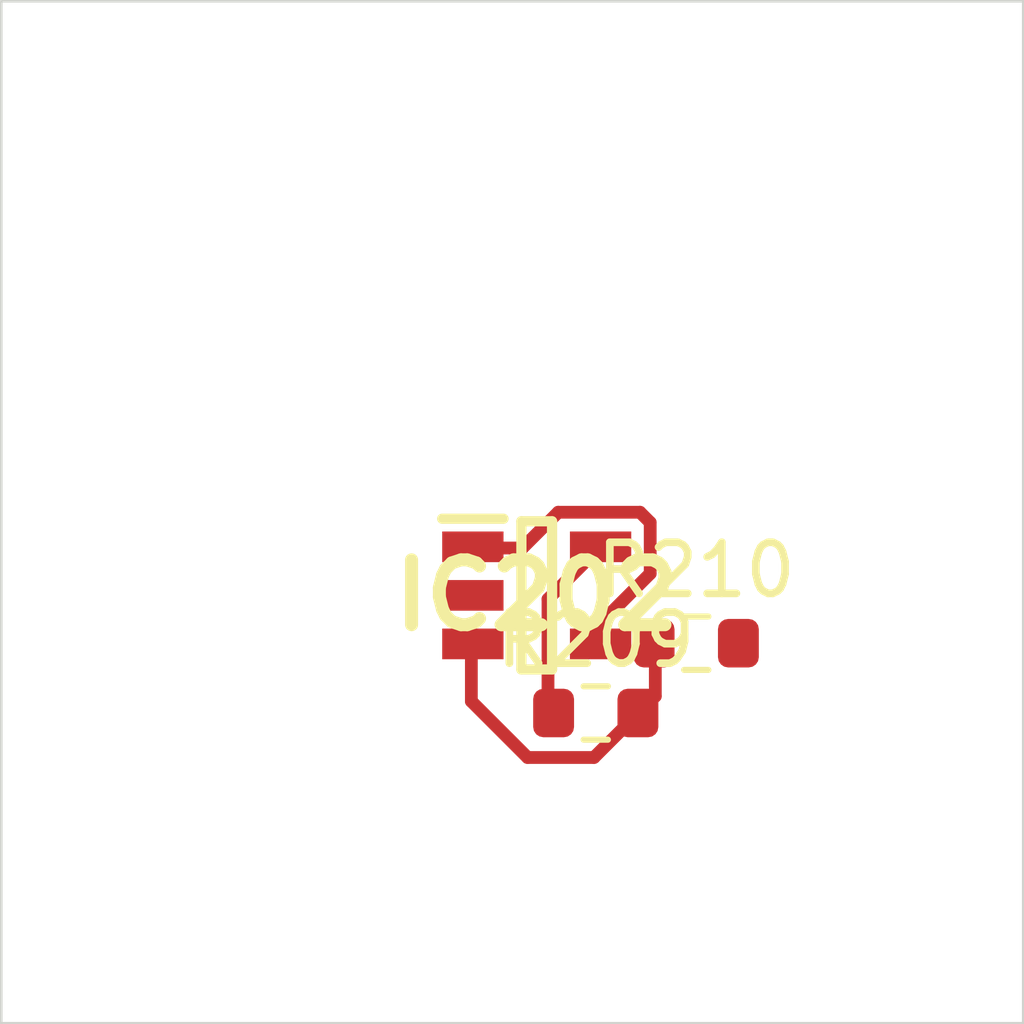
<source format=kicad_pcb>
 ( kicad_pcb  ( version 20171130 )
 ( host pcbnew 5.1.12-84ad8e8a86~92~ubuntu18.04.1 )
 ( general  ( thickness 1.6 )
 ( drawings 4 )
 ( tracks 0 )
 ( zones 0 )
 ( modules 3 )
 ( nets 5 )
)
 ( page A4 )
 ( layers  ( 0 F.Cu signal )
 ( 31 B.Cu signal )
 ( 32 B.Adhes user )
 ( 33 F.Adhes user )
 ( 34 B.Paste user )
 ( 35 F.Paste user )
 ( 36 B.SilkS user )
 ( 37 F.SilkS user )
 ( 38 B.Mask user )
 ( 39 F.Mask user )
 ( 40 Dwgs.User user )
 ( 41 Cmts.User user )
 ( 42 Eco1.User user )
 ( 43 Eco2.User user )
 ( 44 Edge.Cuts user )
 ( 45 Margin user )
 ( 46 B.CrtYd user )
 ( 47 F.CrtYd user )
 ( 48 B.Fab user )
 ( 49 F.Fab user )
)
 ( setup  ( last_trace_width 0.25 )
 ( trace_clearance 0.2 )
 ( zone_clearance 0.508 )
 ( zone_45_only no )
 ( trace_min 0.2 )
 ( via_size 0.8 )
 ( via_drill 0.4 )
 ( via_min_size 0.4 )
 ( via_min_drill 0.3 )
 ( uvia_size 0.3 )
 ( uvia_drill 0.1 )
 ( uvias_allowed no )
 ( uvia_min_size 0.2 )
 ( uvia_min_drill 0.1 )
 ( edge_width 0.05 )
 ( segment_width 0.2 )
 ( pcb_text_width 0.3 )
 ( pcb_text_size 1.5 1.5 )
 ( mod_edge_width 0.12 )
 ( mod_text_size 1 1 )
 ( mod_text_width 0.15 )
 ( pad_size 1.524 1.524 )
 ( pad_drill 0.762 )
 ( pad_to_mask_clearance 0 )
 ( aux_axis_origin 0 0 )
 ( visible_elements FFFFFF7F )
 ( pcbplotparams  ( layerselection 0x010fc_ffffffff )
 ( usegerberextensions false )
 ( usegerberattributes true )
 ( usegerberadvancedattributes true )
 ( creategerberjobfile true )
 ( excludeedgelayer true )
 ( linewidth 0.100000 )
 ( plotframeref false )
 ( viasonmask false )
 ( mode 1 )
 ( useauxorigin false )
 ( hpglpennumber 1 )
 ( hpglpenspeed 20 )
 ( hpglpendiameter 15.000000 )
 ( psnegative false )
 ( psa4output false )
 ( plotreference true )
 ( plotvalue true )
 ( plotinvisibletext false )
 ( padsonsilk false )
 ( subtractmaskfromsilk false )
 ( outputformat 1 )
 ( mirror false )
 ( drillshape 1 )
 ( scaleselection 1 )
 ( outputdirectory "" )
)
)
 ( net 0 "" )
 ( net 1 GND )
 ( net 2 VDDA )
 ( net 3 /Sheet6235D886/vp )
 ( net 4 "Net-(IC202-Pad3)" )
 ( net_class Default "This is the default net class."  ( clearance 0.2 )
 ( trace_width 0.25 )
 ( via_dia 0.8 )
 ( via_drill 0.4 )
 ( uvia_dia 0.3 )
 ( uvia_drill 0.1 )
 ( add_net /Sheet6235D886/vp )
 ( add_net GND )
 ( add_net "Net-(IC202-Pad3)" )
 ( add_net VDDA )
)
 ( module SOT95P280X145-5N locked  ( layer F.Cu )
 ( tedit 62336ED7 )
 ( tstamp 623423ED )
 ( at 90.479100 111.627000 )
 ( descr DBV0005A )
 ( tags "Integrated Circuit" )
 ( path /6235D887/6266C08E )
 ( attr smd )
 ( fp_text reference IC202  ( at 0 0 )
 ( layer F.SilkS )
 ( effects  ( font  ( size 1.27 1.27 )
 ( thickness 0.254 )
)
)
)
 ( fp_text value TL071HIDBVR  ( at 0 0 )
 ( layer F.SilkS )
hide  ( effects  ( font  ( size 1.27 1.27 )
 ( thickness 0.254 )
)
)
)
 ( fp_line  ( start -1.85 -1.5 )
 ( end -0.65 -1.5 )
 ( layer F.SilkS )
 ( width 0.2 )
)
 ( fp_line  ( start -0.3 1.45 )
 ( end -0.3 -1.45 )
 ( layer F.SilkS )
 ( width 0.2 )
)
 ( fp_line  ( start 0.3 1.45 )
 ( end -0.3 1.45 )
 ( layer F.SilkS )
 ( width 0.2 )
)
 ( fp_line  ( start 0.3 -1.45 )
 ( end 0.3 1.45 )
 ( layer F.SilkS )
 ( width 0.2 )
)
 ( fp_line  ( start -0.3 -1.45 )
 ( end 0.3 -1.45 )
 ( layer F.SilkS )
 ( width 0.2 )
)
 ( fp_line  ( start -0.8 -0.5 )
 ( end 0.15 -1.45 )
 ( layer Dwgs.User )
 ( width 0.1 )
)
 ( fp_line  ( start -0.8 1.45 )
 ( end -0.8 -1.45 )
 ( layer Dwgs.User )
 ( width 0.1 )
)
 ( fp_line  ( start 0.8 1.45 )
 ( end -0.8 1.45 )
 ( layer Dwgs.User )
 ( width 0.1 )
)
 ( fp_line  ( start 0.8 -1.45 )
 ( end 0.8 1.45 )
 ( layer Dwgs.User )
 ( width 0.1 )
)
 ( fp_line  ( start -0.8 -1.45 )
 ( end 0.8 -1.45 )
 ( layer Dwgs.User )
 ( width 0.1 )
)
 ( fp_line  ( start -2.1 1.775 )
 ( end -2.1 -1.775 )
 ( layer Dwgs.User )
 ( width 0.05 )
)
 ( fp_line  ( start 2.1 1.775 )
 ( end -2.1 1.775 )
 ( layer Dwgs.User )
 ( width 0.05 )
)
 ( fp_line  ( start 2.1 -1.775 )
 ( end 2.1 1.775 )
 ( layer Dwgs.User )
 ( width 0.05 )
)
 ( fp_line  ( start -2.1 -1.775 )
 ( end 2.1 -1.775 )
 ( layer Dwgs.User )
 ( width 0.05 )
)
 ( pad 1 smd rect  ( at -1.25 -0.95 90.000000 )
 ( size 0.6 1.2 )
 ( layers F.Cu F.Mask F.Paste )
 ( net 3 /Sheet6235D886/vp )
)
 ( pad 2 smd rect  ( at -1.25 0 90.000000 )
 ( size 0.6 1.2 )
 ( layers F.Cu F.Mask F.Paste )
 ( net 1 GND )
)
 ( pad 3 smd rect  ( at -1.25 0.95 90.000000 )
 ( size 0.6 1.2 )
 ( layers F.Cu F.Mask F.Paste )
 ( net 4 "Net-(IC202-Pad3)" )
)
 ( pad 4 smd rect  ( at 1.25 0.95 90.000000 )
 ( size 0.6 1.2 )
 ( layers F.Cu F.Mask F.Paste )
 ( net 3 /Sheet6235D886/vp )
)
 ( pad 5 smd rect  ( at 1.25 -0.95 90.000000 )
 ( size 0.6 1.2 )
 ( layers F.Cu F.Mask F.Paste )
 ( net 2 VDDA )
)
)
 ( module Resistor_SMD:R_0603_1608Metric  ( layer F.Cu )
 ( tedit 5F68FEEE )
 ( tstamp 62342595 )
 ( at 91.634700 113.929000 )
 ( descr "Resistor SMD 0603 (1608 Metric), square (rectangular) end terminal, IPC_7351 nominal, (Body size source: IPC-SM-782 page 72, https://www.pcb-3d.com/wordpress/wp-content/uploads/ipc-sm-782a_amendment_1_and_2.pdf), generated with kicad-footprint-generator" )
 ( tags resistor )
 ( path /6235D887/623CDBD9 )
 ( attr smd )
 ( fp_text reference R209  ( at 0 -1.43 )
 ( layer F.SilkS )
 ( effects  ( font  ( size 1 1 )
 ( thickness 0.15 )
)
)
)
 ( fp_text value 100k  ( at 0 1.43 )
 ( layer F.Fab )
 ( effects  ( font  ( size 1 1 )
 ( thickness 0.15 )
)
)
)
 ( fp_line  ( start -0.8 0.4125 )
 ( end -0.8 -0.4125 )
 ( layer F.Fab )
 ( width 0.1 )
)
 ( fp_line  ( start -0.8 -0.4125 )
 ( end 0.8 -0.4125 )
 ( layer F.Fab )
 ( width 0.1 )
)
 ( fp_line  ( start 0.8 -0.4125 )
 ( end 0.8 0.4125 )
 ( layer F.Fab )
 ( width 0.1 )
)
 ( fp_line  ( start 0.8 0.4125 )
 ( end -0.8 0.4125 )
 ( layer F.Fab )
 ( width 0.1 )
)
 ( fp_line  ( start -0.237258 -0.5225 )
 ( end 0.237258 -0.5225 )
 ( layer F.SilkS )
 ( width 0.12 )
)
 ( fp_line  ( start -0.237258 0.5225 )
 ( end 0.237258 0.5225 )
 ( layer F.SilkS )
 ( width 0.12 )
)
 ( fp_line  ( start -1.48 0.73 )
 ( end -1.48 -0.73 )
 ( layer F.CrtYd )
 ( width 0.05 )
)
 ( fp_line  ( start -1.48 -0.73 )
 ( end 1.48 -0.73 )
 ( layer F.CrtYd )
 ( width 0.05 )
)
 ( fp_line  ( start 1.48 -0.73 )
 ( end 1.48 0.73 )
 ( layer F.CrtYd )
 ( width 0.05 )
)
 ( fp_line  ( start 1.48 0.73 )
 ( end -1.48 0.73 )
 ( layer F.CrtYd )
 ( width 0.05 )
)
 ( fp_text user %R  ( at 0 0 )
 ( layer F.Fab )
 ( effects  ( font  ( size 0.4 0.4 )
 ( thickness 0.06 )
)
)
)
 ( pad 1 smd roundrect  ( at -0.825 0 )
 ( size 0.8 0.95 )
 ( layers F.Cu F.Mask F.Paste )
 ( roundrect_rratio 0.25 )
 ( net 2 VDDA )
)
 ( pad 2 smd roundrect  ( at 0.825 0 )
 ( size 0.8 0.95 )
 ( layers F.Cu F.Mask F.Paste )
 ( roundrect_rratio 0.25 )
 ( net 4 "Net-(IC202-Pad3)" )
)
 ( model ${KISYS3DMOD}/Resistor_SMD.3dshapes/R_0603_1608Metric.wrl  ( at  ( xyz 0 0 0 )
)
 ( scale  ( xyz 1 1 1 )
)
 ( rotate  ( xyz 0 0 0 )
)
)
)
 ( module Resistor_SMD:R_0603_1608Metric  ( layer F.Cu )
 ( tedit 5F68FEEE )
 ( tstamp 623425A6 )
 ( at 93.601100 112.563000 )
 ( descr "Resistor SMD 0603 (1608 Metric), square (rectangular) end terminal, IPC_7351 nominal, (Body size source: IPC-SM-782 page 72, https://www.pcb-3d.com/wordpress/wp-content/uploads/ipc-sm-782a_amendment_1_and_2.pdf), generated with kicad-footprint-generator" )
 ( tags resistor )
 ( path /6235D887/623CDBDF )
 ( attr smd )
 ( fp_text reference R210  ( at 0 -1.43 )
 ( layer F.SilkS )
 ( effects  ( font  ( size 1 1 )
 ( thickness 0.15 )
)
)
)
 ( fp_text value 100k  ( at 0 1.43 )
 ( layer F.Fab )
 ( effects  ( font  ( size 1 1 )
 ( thickness 0.15 )
)
)
)
 ( fp_line  ( start 1.48 0.73 )
 ( end -1.48 0.73 )
 ( layer F.CrtYd )
 ( width 0.05 )
)
 ( fp_line  ( start 1.48 -0.73 )
 ( end 1.48 0.73 )
 ( layer F.CrtYd )
 ( width 0.05 )
)
 ( fp_line  ( start -1.48 -0.73 )
 ( end 1.48 -0.73 )
 ( layer F.CrtYd )
 ( width 0.05 )
)
 ( fp_line  ( start -1.48 0.73 )
 ( end -1.48 -0.73 )
 ( layer F.CrtYd )
 ( width 0.05 )
)
 ( fp_line  ( start -0.237258 0.5225 )
 ( end 0.237258 0.5225 )
 ( layer F.SilkS )
 ( width 0.12 )
)
 ( fp_line  ( start -0.237258 -0.5225 )
 ( end 0.237258 -0.5225 )
 ( layer F.SilkS )
 ( width 0.12 )
)
 ( fp_line  ( start 0.8 0.4125 )
 ( end -0.8 0.4125 )
 ( layer F.Fab )
 ( width 0.1 )
)
 ( fp_line  ( start 0.8 -0.4125 )
 ( end 0.8 0.4125 )
 ( layer F.Fab )
 ( width 0.1 )
)
 ( fp_line  ( start -0.8 -0.4125 )
 ( end 0.8 -0.4125 )
 ( layer F.Fab )
 ( width 0.1 )
)
 ( fp_line  ( start -0.8 0.4125 )
 ( end -0.8 -0.4125 )
 ( layer F.Fab )
 ( width 0.1 )
)
 ( fp_text user %R  ( at 0 0 )
 ( layer F.Fab )
 ( effects  ( font  ( size 0.4 0.4 )
 ( thickness 0.06 )
)
)
)
 ( pad 2 smd roundrect  ( at 0.825 0 )
 ( size 0.8 0.95 )
 ( layers F.Cu F.Mask F.Paste )
 ( roundrect_rratio 0.25 )
 ( net 1 GND )
)
 ( pad 1 smd roundrect  ( at -0.825 0 )
 ( size 0.8 0.95 )
 ( layers F.Cu F.Mask F.Paste )
 ( roundrect_rratio 0.25 )
 ( net 4 "Net-(IC202-Pad3)" )
)
 ( model ${KISYS3DMOD}/Resistor_SMD.3dshapes/R_0603_1608Metric.wrl  ( at  ( xyz 0 0 0 )
)
 ( scale  ( xyz 1 1 1 )
)
 ( rotate  ( xyz 0 0 0 )
)
)
)
 ( gr_line  ( start 100 100 )
 ( end 100 120 )
 ( layer Edge.Cuts )
 ( width 0.05 )
 ( tstamp 62E770C4 )
)
 ( gr_line  ( start 80 120 )
 ( end 100 120 )
 ( layer Edge.Cuts )
 ( width 0.05 )
 ( tstamp 62E770C0 )
)
 ( gr_line  ( start 80 100 )
 ( end 100 100 )
 ( layer Edge.Cuts )
 ( width 0.05 )
 ( tstamp 6234110C )
)
 ( gr_line  ( start 80 100 )
 ( end 80 120 )
 ( layer Edge.Cuts )
 ( width 0.05 )
)
 ( segment  ( start 90.800001 113.900002 )
 ( end 90.700001 113.800002 )
 ( width 0.250000 )
 ( layer F.Cu )
 ( net 2 )
)
 ( segment  ( start 90.700001 113.800002 )
 ( end 90.700001 111.700002 )
 ( width 0.250000 )
 ( layer F.Cu )
 ( net 2 )
)
 ( segment  ( start 90.700001 111.700002 )
 ( end 91.700001 110.700002 )
 ( width 0.250000 )
 ( layer F.Cu )
 ( net 2 )
)
 ( segment  ( start 91.700001 112.600002 )
 ( end 91.700001 112.200002 )
 ( width 0.250000 )
 ( layer F.Cu )
 ( net 3 )
)
 ( segment  ( start 91.700001 112.200002 )
 ( end 92.700001 111.200002 )
 ( width 0.250000 )
 ( layer F.Cu )
 ( net 3 )
)
 ( segment  ( start 92.700001 111.200002 )
 ( end 92.700001 110.200002 )
 ( width 0.250000 )
 ( layer F.Cu )
 ( net 3 )
)
 ( segment  ( start 92.700001 110.200002 )
 ( end 92.500001 110.000002 )
 ( width 0.250000 )
 ( layer F.Cu )
 ( net 3 )
)
 ( segment  ( start 92.500001 110.000002 )
 ( end 90.900001 110.000002 )
 ( width 0.250000 )
 ( layer F.Cu )
 ( net 3 )
)
 ( segment  ( start 90.900001 110.000002 )
 ( end 90.200001 110.700002 )
 ( width 0.250000 )
 ( layer F.Cu )
 ( net 3 )
)
 ( segment  ( start 90.200001 110.700002 )
 ( end 89.200001 110.700002 )
 ( width 0.250000 )
 ( layer F.Cu )
 ( net 3 )
)
 ( segment  ( start 92.500001 113.900002 )
 ( end 91.600001 114.800002 )
 ( width 0.250000 )
 ( layer F.Cu )
 ( net 4 )
)
 ( segment  ( start 91.600001 114.800002 )
 ( end 90.300001 114.800002 )
 ( width 0.250000 )
 ( layer F.Cu )
 ( net 4 )
)
 ( segment  ( start 90.300001 114.800002 )
 ( end 89.200001 113.700002 )
 ( width 0.250000 )
 ( layer F.Cu )
 ( net 4 )
)
 ( segment  ( start 89.200001 113.700002 )
 ( end 89.200001 112.600002 )
 ( width 0.250000 )
 ( layer F.Cu )
 ( net 4 )
)
 ( segment  ( start 92.800001 112.600002 )
 ( end 92.800001 113.600002 )
 ( width 0.250000 )
 ( layer F.Cu )
 ( net 4 )
)
 ( segment  ( start 92.800001 113.600002 )
 ( end 92.500001 113.900002 )
 ( width 0.250000 )
 ( layer F.Cu )
 ( net 4 )
)
)

</source>
